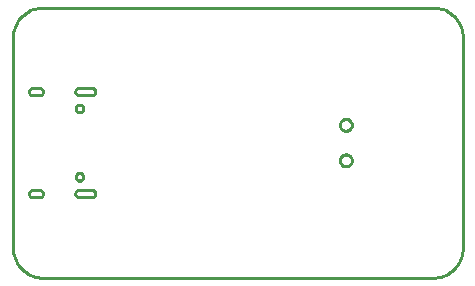
<source format=gbr>
G04 EAGLE Gerber RS-274X export*
G75*
%MOMM*%
%FSLAX34Y34*%
%LPD*%
%IN*%
%IPPOS*%
%AMOC8*
5,1,8,0,0,1.08239X$1,22.5*%
G01*
%ADD10C,0.254000*%


D10*
X0Y25400D02*
X97Y23186D01*
X386Y20989D01*
X865Y18826D01*
X1532Y16713D01*
X2380Y14666D01*
X3403Y12700D01*
X4594Y10831D01*
X5942Y9073D01*
X7440Y7440D01*
X9073Y5942D01*
X10831Y4594D01*
X12700Y3403D01*
X14666Y2380D01*
X16713Y1532D01*
X18826Y865D01*
X20989Y386D01*
X23186Y97D01*
X25400Y0D01*
X355600Y0D01*
X357814Y97D01*
X360011Y386D01*
X362174Y865D01*
X364287Y1532D01*
X366335Y2380D01*
X368300Y3403D01*
X370169Y4594D01*
X371927Y5942D01*
X373561Y7440D01*
X375058Y9073D01*
X376406Y10831D01*
X377597Y12700D01*
X378620Y14666D01*
X379468Y16713D01*
X380135Y18826D01*
X380614Y20989D01*
X380903Y23186D01*
X381000Y25400D01*
X381000Y203200D01*
X380903Y205414D01*
X380614Y207611D01*
X380135Y209774D01*
X379468Y211887D01*
X378620Y213935D01*
X377597Y215900D01*
X376406Y217769D01*
X375058Y219527D01*
X373561Y221161D01*
X371927Y222658D01*
X370169Y224006D01*
X368300Y225197D01*
X366335Y226220D01*
X364287Y227068D01*
X362174Y227735D01*
X360011Y228214D01*
X357814Y228503D01*
X355600Y228600D01*
X25400Y228600D01*
X23186Y228503D01*
X20989Y228214D01*
X18826Y227735D01*
X16713Y227068D01*
X14666Y226220D01*
X12700Y225197D01*
X10831Y224006D01*
X9073Y222658D01*
X7440Y221161D01*
X5942Y219527D01*
X4594Y217769D01*
X3403Y215900D01*
X2380Y213935D01*
X1532Y211887D01*
X865Y209774D01*
X386Y207611D01*
X97Y205414D01*
X0Y203200D01*
X0Y25400D01*
X52950Y157500D02*
X52961Y157239D01*
X52996Y156979D01*
X53052Y156724D01*
X53131Y156474D01*
X53231Y156232D01*
X53352Y156000D01*
X53493Y155779D01*
X53652Y155572D01*
X53829Y155379D01*
X54022Y155202D01*
X54229Y155043D01*
X54450Y154902D01*
X54682Y154781D01*
X54924Y154681D01*
X55174Y154602D01*
X55429Y154546D01*
X55689Y154511D01*
X55950Y154500D01*
X66950Y154500D01*
X67211Y154511D01*
X67471Y154546D01*
X67726Y154602D01*
X67976Y154681D01*
X68218Y154781D01*
X68450Y154902D01*
X68671Y155043D01*
X68878Y155202D01*
X69071Y155379D01*
X69248Y155572D01*
X69407Y155779D01*
X69548Y156000D01*
X69669Y156232D01*
X69769Y156474D01*
X69848Y156724D01*
X69904Y156979D01*
X69939Y157239D01*
X69950Y157500D01*
X69939Y157761D01*
X69904Y158021D01*
X69848Y158276D01*
X69769Y158526D01*
X69669Y158768D01*
X69548Y159000D01*
X69407Y159221D01*
X69248Y159428D01*
X69071Y159621D01*
X68878Y159798D01*
X68671Y159957D01*
X68450Y160098D01*
X68218Y160219D01*
X67976Y160319D01*
X67726Y160398D01*
X67471Y160454D01*
X67211Y160489D01*
X66950Y160500D01*
X55950Y160500D01*
X55689Y160489D01*
X55429Y160454D01*
X55174Y160398D01*
X54924Y160319D01*
X54682Y160219D01*
X54450Y160098D01*
X54229Y159957D01*
X54022Y159798D01*
X53829Y159621D01*
X53652Y159428D01*
X53493Y159221D01*
X53352Y159000D01*
X53231Y158768D01*
X53131Y158526D01*
X53052Y158276D01*
X52996Y158021D01*
X52961Y157761D01*
X52950Y157500D01*
X52950Y71100D02*
X52961Y70839D01*
X52996Y70579D01*
X53052Y70324D01*
X53131Y70074D01*
X53231Y69832D01*
X53352Y69600D01*
X53493Y69379D01*
X53652Y69172D01*
X53829Y68979D01*
X54022Y68802D01*
X54229Y68643D01*
X54450Y68502D01*
X54682Y68381D01*
X54924Y68281D01*
X55174Y68202D01*
X55429Y68146D01*
X55689Y68111D01*
X55950Y68100D01*
X66950Y68100D01*
X67211Y68111D01*
X67471Y68146D01*
X67726Y68202D01*
X67976Y68281D01*
X68218Y68381D01*
X68450Y68502D01*
X68671Y68643D01*
X68878Y68802D01*
X69071Y68979D01*
X69248Y69172D01*
X69407Y69379D01*
X69548Y69600D01*
X69669Y69832D01*
X69769Y70074D01*
X69848Y70324D01*
X69904Y70579D01*
X69939Y70839D01*
X69950Y71100D01*
X69939Y71361D01*
X69904Y71621D01*
X69848Y71876D01*
X69769Y72126D01*
X69669Y72368D01*
X69548Y72600D01*
X69407Y72821D01*
X69248Y73028D01*
X69071Y73221D01*
X68878Y73398D01*
X68671Y73557D01*
X68450Y73698D01*
X68218Y73819D01*
X67976Y73919D01*
X67726Y73998D01*
X67471Y74054D01*
X67211Y74089D01*
X66950Y74100D01*
X55950Y74100D01*
X55689Y74089D01*
X55429Y74054D01*
X55174Y73998D01*
X54924Y73919D01*
X54682Y73819D01*
X54450Y73698D01*
X54229Y73557D01*
X54022Y73398D01*
X53829Y73221D01*
X53652Y73028D01*
X53493Y72821D01*
X53352Y72600D01*
X53231Y72368D01*
X53131Y72126D01*
X53052Y71876D01*
X52996Y71621D01*
X52961Y71361D01*
X52950Y71100D01*
X13650Y71100D02*
X13661Y70839D01*
X13696Y70579D01*
X13752Y70324D01*
X13831Y70074D01*
X13931Y69832D01*
X14052Y69600D01*
X14193Y69379D01*
X14352Y69172D01*
X14529Y68979D01*
X14722Y68802D01*
X14929Y68643D01*
X15150Y68502D01*
X15382Y68381D01*
X15624Y68281D01*
X15874Y68202D01*
X16129Y68146D01*
X16389Y68111D01*
X16650Y68100D01*
X22650Y68100D01*
X22911Y68111D01*
X23171Y68146D01*
X23426Y68202D01*
X23676Y68281D01*
X23918Y68381D01*
X24150Y68502D01*
X24371Y68643D01*
X24578Y68802D01*
X24771Y68979D01*
X24948Y69172D01*
X25107Y69379D01*
X25248Y69600D01*
X25369Y69832D01*
X25469Y70074D01*
X25548Y70324D01*
X25604Y70579D01*
X25639Y70839D01*
X25650Y71100D01*
X25639Y71361D01*
X25604Y71621D01*
X25548Y71876D01*
X25469Y72126D01*
X25369Y72368D01*
X25248Y72600D01*
X25107Y72821D01*
X24948Y73028D01*
X24771Y73221D01*
X24578Y73398D01*
X24371Y73557D01*
X24150Y73698D01*
X23918Y73819D01*
X23676Y73919D01*
X23426Y73998D01*
X23171Y74054D01*
X22911Y74089D01*
X22650Y74100D01*
X16650Y74100D01*
X16389Y74089D01*
X16129Y74054D01*
X15874Y73998D01*
X15624Y73919D01*
X15382Y73819D01*
X15150Y73698D01*
X14929Y73557D01*
X14722Y73398D01*
X14529Y73221D01*
X14352Y73028D01*
X14193Y72821D01*
X14052Y72600D01*
X13931Y72368D01*
X13831Y72126D01*
X13752Y71876D01*
X13696Y71621D01*
X13661Y71361D01*
X13650Y71100D01*
X13650Y157500D02*
X13661Y157239D01*
X13696Y156979D01*
X13752Y156724D01*
X13831Y156474D01*
X13931Y156232D01*
X14052Y156000D01*
X14193Y155779D01*
X14352Y155572D01*
X14529Y155379D01*
X14722Y155202D01*
X14929Y155043D01*
X15150Y154902D01*
X15382Y154781D01*
X15624Y154681D01*
X15874Y154602D01*
X16129Y154546D01*
X16389Y154511D01*
X16650Y154500D01*
X22650Y154500D01*
X22911Y154511D01*
X23171Y154546D01*
X23426Y154602D01*
X23676Y154681D01*
X23918Y154781D01*
X24150Y154902D01*
X24371Y155043D01*
X24578Y155202D01*
X24771Y155379D01*
X24948Y155572D01*
X25107Y155779D01*
X25248Y156000D01*
X25369Y156232D01*
X25469Y156474D01*
X25548Y156724D01*
X25604Y156979D01*
X25639Y157239D01*
X25650Y157500D01*
X25639Y157761D01*
X25604Y158021D01*
X25548Y158276D01*
X25469Y158526D01*
X25369Y158768D01*
X25248Y159000D01*
X25107Y159221D01*
X24948Y159428D01*
X24771Y159621D01*
X24578Y159798D01*
X24371Y159957D01*
X24150Y160098D01*
X23918Y160219D01*
X23676Y160319D01*
X23426Y160398D01*
X23171Y160454D01*
X22911Y160489D01*
X22650Y160500D01*
X16650Y160500D01*
X16389Y160489D01*
X16129Y160454D01*
X15874Y160398D01*
X15624Y160319D01*
X15382Y160219D01*
X15150Y160098D01*
X14929Y159957D01*
X14722Y159798D01*
X14529Y159621D01*
X14352Y159428D01*
X14193Y159221D01*
X14052Y159000D01*
X13931Y158768D01*
X13831Y158526D01*
X13752Y158276D01*
X13696Y158021D01*
X13661Y157761D01*
X13650Y157500D01*
X56237Y82150D02*
X55815Y82206D01*
X55403Y82316D01*
X55009Y82479D01*
X54641Y82692D01*
X54303Y82951D01*
X54001Y83253D01*
X53742Y83591D01*
X53529Y83959D01*
X53366Y84353D01*
X53256Y84765D01*
X53200Y85187D01*
X53200Y85613D01*
X53256Y86035D01*
X53366Y86447D01*
X53529Y86841D01*
X53742Y87209D01*
X54001Y87547D01*
X54303Y87849D01*
X54641Y88108D01*
X55009Y88321D01*
X55403Y88484D01*
X55815Y88594D01*
X56237Y88650D01*
X56663Y88650D01*
X57085Y88594D01*
X57497Y88484D01*
X57891Y88321D01*
X58259Y88108D01*
X58597Y87849D01*
X58899Y87547D01*
X59158Y87209D01*
X59371Y86841D01*
X59534Y86447D01*
X59644Y86035D01*
X59700Y85613D01*
X59700Y85187D01*
X59644Y84765D01*
X59534Y84353D01*
X59371Y83959D01*
X59158Y83591D01*
X58899Y83253D01*
X58597Y82951D01*
X58259Y82692D01*
X57891Y82479D01*
X57497Y82316D01*
X57085Y82206D01*
X56663Y82150D01*
X56237Y82150D01*
X56237Y139950D02*
X55815Y140006D01*
X55403Y140116D01*
X55009Y140279D01*
X54641Y140492D01*
X54303Y140751D01*
X54001Y141053D01*
X53742Y141391D01*
X53529Y141759D01*
X53366Y142153D01*
X53256Y142565D01*
X53200Y142987D01*
X53200Y143413D01*
X53256Y143835D01*
X53366Y144247D01*
X53529Y144641D01*
X53742Y145009D01*
X54001Y145347D01*
X54303Y145649D01*
X54641Y145908D01*
X55009Y146121D01*
X55403Y146284D01*
X55815Y146394D01*
X56237Y146450D01*
X56663Y146450D01*
X57085Y146394D01*
X57497Y146284D01*
X57891Y146121D01*
X58259Y145908D01*
X58597Y145649D01*
X58899Y145347D01*
X59158Y145009D01*
X59371Y144641D01*
X59534Y144247D01*
X59644Y143835D01*
X59700Y143413D01*
X59700Y142987D01*
X59644Y142565D01*
X59534Y142153D01*
X59371Y141759D01*
X59158Y141391D01*
X58899Y141053D01*
X58597Y140751D01*
X58259Y140492D01*
X57891Y140279D01*
X57497Y140116D01*
X57085Y140006D01*
X56663Y139950D01*
X56237Y139950D01*
X282221Y134300D02*
X282779Y134237D01*
X283326Y134112D01*
X283856Y133927D01*
X284362Y133683D01*
X284838Y133384D01*
X285277Y133034D01*
X285674Y132637D01*
X286024Y132198D01*
X286323Y131722D01*
X286567Y131216D01*
X286752Y130686D01*
X286877Y130139D01*
X286940Y129581D01*
X286940Y129019D01*
X286877Y128461D01*
X286752Y127914D01*
X286567Y127384D01*
X286323Y126878D01*
X286024Y126402D01*
X285674Y125963D01*
X285277Y125566D01*
X284838Y125216D01*
X284362Y124917D01*
X283856Y124673D01*
X283326Y124488D01*
X282779Y124363D01*
X282221Y124300D01*
X281659Y124300D01*
X281101Y124363D01*
X280554Y124488D01*
X280024Y124673D01*
X279518Y124917D01*
X279042Y125216D01*
X278603Y125566D01*
X278206Y125963D01*
X277856Y126402D01*
X277557Y126878D01*
X277313Y127384D01*
X277128Y127914D01*
X277003Y128461D01*
X276940Y129019D01*
X276940Y129581D01*
X277003Y130139D01*
X277128Y130686D01*
X277313Y131216D01*
X277557Y131722D01*
X277856Y132198D01*
X278206Y132637D01*
X278603Y133034D01*
X279042Y133384D01*
X279518Y133683D01*
X280024Y133927D01*
X280554Y134112D01*
X281101Y134237D01*
X281659Y134300D01*
X282221Y134300D01*
X282221Y104300D02*
X282779Y104237D01*
X283326Y104112D01*
X283856Y103927D01*
X284362Y103683D01*
X284838Y103384D01*
X285277Y103034D01*
X285674Y102637D01*
X286024Y102198D01*
X286323Y101722D01*
X286567Y101216D01*
X286752Y100686D01*
X286877Y100139D01*
X286940Y99581D01*
X286940Y99019D01*
X286877Y98461D01*
X286752Y97914D01*
X286567Y97384D01*
X286323Y96878D01*
X286024Y96402D01*
X285674Y95963D01*
X285277Y95566D01*
X284838Y95216D01*
X284362Y94917D01*
X283856Y94673D01*
X283326Y94488D01*
X282779Y94363D01*
X282221Y94300D01*
X281659Y94300D01*
X281101Y94363D01*
X280554Y94488D01*
X280024Y94673D01*
X279518Y94917D01*
X279042Y95216D01*
X278603Y95566D01*
X278206Y95963D01*
X277856Y96402D01*
X277557Y96878D01*
X277313Y97384D01*
X277128Y97914D01*
X277003Y98461D01*
X276940Y99019D01*
X276940Y99581D01*
X277003Y100139D01*
X277128Y100686D01*
X277313Y101216D01*
X277557Y101722D01*
X277856Y102198D01*
X278206Y102637D01*
X278603Y103034D01*
X279042Y103384D01*
X279518Y103683D01*
X280024Y103927D01*
X280554Y104112D01*
X281101Y104237D01*
X281659Y104300D01*
X282221Y104300D01*
M02*

</source>
